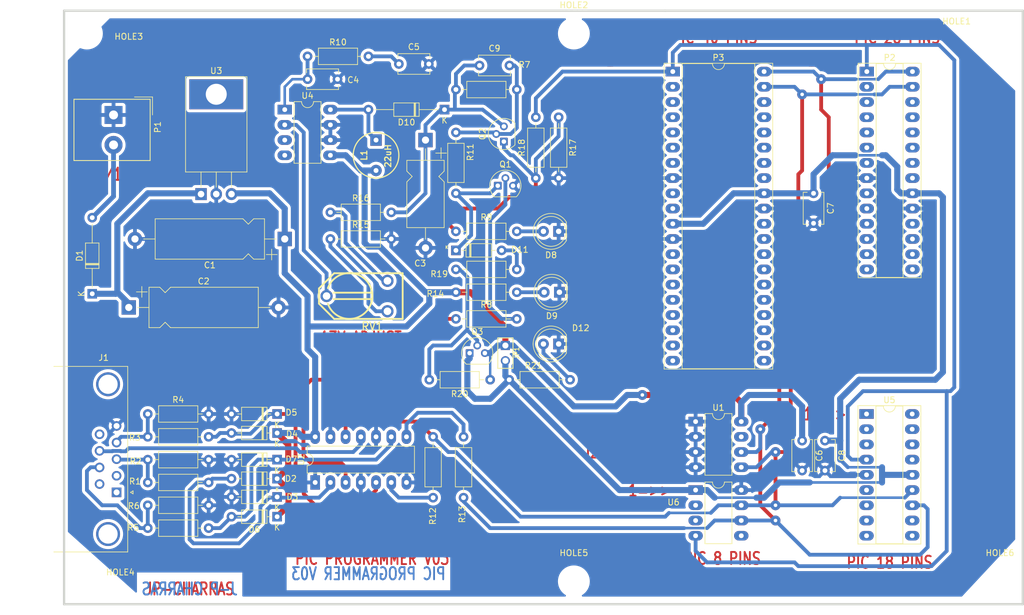
<source format=kicad_pcb>
(kicad_pcb (version 20221018) (generator pcbnew)
  (title_block (title "SERIAL PIC PROGRAMMER"))
  (layers (0 "F.Cu" signal "top_copper") (31 "B.Cu" signal "bottom_copper") (34 "B.Paste" user) (35 "F.Paste" user) (36 "B.SilkS" user "B.Silkscreen") (37 "F.SilkS" user "F.Silkscreen") (38 "B.Mask" user) (39 "F.Mask" user) (44 "Edge.Cuts" user))
  (net 0 "")
  (net 1 "Net-(D1-Pad2)")
  (net 2 "Net-(D2-Pad2)")
  (net 3 "GND")
  (net 4 "VCC")
  (net 5 "VPP")
  (net 6 "VCC_PIC")
  (net 7 "Net-(D4-Pad2)")
  (net 8 "/pic_programmer/PC-CLOCK-OUT")
  (net 9 "VPP-MCLR")
  (net 10 "CLOCK-RB6")
  (net 11 "DATA-RB7")
  (net 12 "Net-(C2-Pad1)")
  (net 13 "Net-(C4-Pad1)")
  (net 14 "Net-(C5-Pad1)")
  (net 15 "Net-(C9-Pad2)")
  (net 16 "Net-(D6-Pad2)")
  (net 17 "Net-(D8-Pad2)")
  (net 18 "Net-(D9-Pad2)")
  (net 19 "Net-(D11-Pad2)")
  (net 20 "Net-(D11-Pad1)")
  (net 21 "Net-(D12-Pad2)")
  (net 22 "Net-(Q1-Pad2)")
  (net 23 "Net-(D10-Pad2)")
  (net 24 "Net-(Q3-Pad2)")
  (net 25 "Net-(R8-Pad1)")
  (net 26 "Net-(R12-Pad1)")
  (net 27 "Net-(R13-Pad1)")
  (net 28 "Net-(R15-Pad1)")
  (net 29 "Net-(R16-Pad1)")
  (net 30 "Net-(RV1-Pad2)")
  (net 31 "Net-(Q2-Pad1)")
  (net 32 "/pic_programmer/VPP_ON")
  (net 33 "/pic_programmer/PC-DATA-OUT")
  (net 34 "/pic_programmer/PC-DATA-IN")
  (footprint "Package_DIP:DIP-40_W15.24mm_Socket_LongPads" (layer "F.Cu") (at 175.26 50.8)
    (fp_text reference "P3")
    (fp_text value "SUPP40")
  )
  (footprint "MountingHole:MountingHole_4.3mm_M4_DIN965" (layer "F.Cu") (at 229.87 44.45)
    (fp_text reference "HOLE1")
    (fp_text value "P***")
  )
  (footprint "MountingHole:MountingHole_4.3mm_M4_DIN965" (layer "F.Cu") (at 229.87 135.89)
    (fp_text reference "HOLE6")
    (fp_text value "P***")
  )
  (footprint "MountingHole:MountingHole_4.3mm_M4_DIN965" (layer "F.Cu") (at 77.47 44.45)
    (fp_text reference "HOLE3")
    (fp_text value "P***")
  )
  (footprint "MountingHole:MountingHole_4.3mm_M4_DIN965" (layer "F.Cu") (at 77.47 135.89)
    (fp_text reference "HOLE4")
    (fp_text value "P***")
  )
  (footprint "MountingHole:MountingHole_4.3mm_M4_DIN965" (layer "F.Cu") (at 158.75 135.89)
    (fp_text reference "HOLE5")
    (fp_text value "P***")
  )
  (footprint "MountingHole:MountingHole_4.3mm_M4_DIN965" (layer "F.Cu") (at 158.75 44.45)
    (fp_text reference "HOLE2")
    (fp_text value "P***")
  )
  (footprint "Package_DIP:DIP-28_W7.62mm_Socket_LongPads" (layer "F.Cu") (at 207.645 50.8)
    (fp_text reference "P2")
    (fp_text value "SUPP28")
  )
  (footprint "Capacitor_THT:CP_Axial_L18.0mm_D6.5mm_P25.00mm_Horizontal" (layer "F.Cu") (at 110.49 78.74 180)
    (fp_text reference "C1")
    (fp_text value "100uF")
  )
  (footprint "Capacitor_THT:CP_Axial_L18.0mm_D6.5mm_P25.00mm_Horizontal" (layer "F.Cu") (at 84.455 90.17)
    (fp_text reference "C2")
    (fp_text value "220uF")
  )
  (footprint "Capacitor_THT:CP_Axial_L11.0mm_D6.0mm_P18.00mm_Horizontal" (layer "F.Cu") (at 133.985 62.23 -90)
    (fp_text reference "C3")
    (fp_text value "22uF/25V")
  )
  (footprint "Capacitor_THT:C_Disc_D5.1mm_W3.2mm_P5.00mm" (layer "F.Cu") (at 114.3 52.07)
    (fp_text reference "C4")
    (fp_text value "0")
  )
  (footprint "Capacitor_THT:C_Disc_D5.1mm_W3.2mm_P5.00mm" (layer "F.Cu") (at 129.54 49.53)
    (fp_text reference "C5")
    (fp_text value "10nF")
  )
  (footprint "Capacitor_THT:C_Disc_D5.1mm_W3.2mm_P5.00mm" (layer "F.Cu") (at 196.85 112.395 -90)
    (fp_text reference "C6")
    (fp_text value "100nF")
  )
  (footprint "Capacitor_THT:C_Disc_D5.1mm_W3.2mm_P5.00mm" (layer "F.Cu") (at 198.755 71.12 -90)
    (fp_text reference "C7")
    (fp_text value "100nF")
  )
  (footprint "Capacitor_THT:C_Disc_D5.1mm_W3.2mm_P5.00mm" (layer "F.Cu") (at 200.66 112.395 -90)
    (fp_text reference "C8")
    (fp_text value "100nF")
  )
  (footprint "Capacitor_THT:C_Disc_D5.1mm_W3.2mm_P5.00mm" (layer "F.Cu") (at 143.002 49.784)
    (fp_text reference "C9")
    (fp_text value "22OnF")
  )
  (footprint "Diode_THT:D_DO-35_SOD27_P12.70mm_Horizontal" (layer "F.Cu") (at 78.359 87.884 90)
    (fp_text reference "D1")
    (fp_text value "1N4004")
  )
  (footprint "Diode_THT:D_DO-35_SOD27_P7.62mm_Horizontal" (layer "F.Cu") (at 109.22 118.745 180)
    (fp_text reference "D2")
    (fp_text value "BAT43")
  )
  (footprint "Diode_THT:D_DO-35_SOD27_P7.62mm_Horizontal" (layer "F.Cu") (at 109.22 121.793 180)
    (fp_text reference "D3")
    (fp_text value "BAT43")
  )
  (footprint "Diode_THT:D_DO-35_SOD27_P7.62mm_Horizontal" (layer "F.Cu") (at 109.22 111.125 180)
    (fp_text reference "D4")
    (fp_text value "BAT43")
  )
  (footprint "Diode_THT:D_DO-35_SOD27_P7.62mm_Horizontal" (layer "F.Cu") (at 109.22 107.95 180)
    (fp_text reference "D5")
    (fp_text value "BAT43")
  )
  (footprint "Diode_THT:D_DO-35_SOD27_P7.62mm_Horizontal" (layer "F.Cu") (at 109.22 125.095 180)
    (fp_text reference "D6")
    (fp_text value "BAT43")
  )
  (footprint "Diode_THT:D_DO-35_SOD27_P7.62mm_Horizontal" (layer "F.Cu") (at 109.22 115.57 180)
    (fp_text reference "D7")
    (fp_text value "BAT43")
  )
  (footprint "LED_THT:LED_D5.0mm" (layer "F.Cu") (at 156.21 77.47 180)
    (fp_text reference "D8")
    (fp_text value "RED-LED")
  )
  (footprint "LED_THT:LED_D5.0mm" (layer "F.Cu") (at 156.337 87.63 180)
    (fp_text reference "D9")
    (fp_text value "GREEN-LED")
  )
  (footprint "Diode_THT:D_DO-35_SOD27_P12.70mm_Horizontal" (layer "F.Cu") (at 137.16 57.15 180)
    (fp_text reference "D10")
    (fp_text value "SCHOTTKY")
  )
  (footprint "Diode_THT:D_DO-35_SOD27_P7.62mm_Horizontal" (layer "F.Cu") (at 139.065 80.645)
    (fp_text reference "D11")
    (fp_text value "BAT43")
  )
  (footprint "LED_THT:LED_D5.0mm" (layer "F.Cu") (at 156.21 96.266 180)
    (fp_text reference "D12")
    (fp_text value "YELLOW-LED")
  )
  (footprint "Connector_Dsub:DSUB-9_Female_Horizontal_P2.77x2.84mm_EdgePinOffset7.70mm_Housed_MountingHolesOffset9.12mm" (layer "F.Cu") (at 82.423 121.031 -90)
    (fp_text reference "J1")
    (fp_text value "DB9-FEMAL")
  )
  (footprint "pin_array:PIN_ARRAY_2X1" (layer "F.Cu") (at 147.32 97.79 -90)
    (fp_text reference "JP1")
    (fp_text value "JUMPER" hide)
  )
  (footprint "inductors:INDUCTOR_V" (layer "F.Cu") (at 125.73 64.77 -90)
    (fp_text reference "L1")
    (fp_text value "22uH")
  )
  (footprint "TerminalBlock_Altech:Altech_AK300_1x02_P5.00mm_45-Degree" (layer "F.Cu") (at 81.915 58.039 -90)
    (fp_text reference "P1")
    (fp_text value "CONN_2")
  )
  (footprint "Package_TO_SOT_THT:TO-92" (layer "F.Cu") (at 146.05 69.85)
    (fp_text reference "Q1")
    (fp_text value "BC237")
  )
  (footprint "Package_TO_SOT_THT:TO-92" (layer "F.Cu") (at 147.066 62.484 90)
    (fp_text reference "Q2")
    (fp_text value "BC307")
  )
  (footprint "Package_TO_SOT_THT:TO-92" (layer "F.Cu") (at 141.351 97.79)
    (fp_text reference "Q3")
    (fp_text value "BC307")
  )
  (footprint "Resistor_THT:R_Axial_DIN0207_L6.3mm_D2.5mm_P10.16mm_Horizontal" (layer "F.Cu") (at 87.63 115.57)
    (fp_text reference "R2")
    (fp_text value "10K")
  )
  (footprint "Resistor_THT:R_Axial_DIN0207_L6.3mm_D2.5mm_P10.16mm_Horizontal" (layer "F.Cu") (at 87.63 111.76)
    (fp_text reference "R3")
    (fp_text value "10K")
  )
  (footprint "Resistor_THT:R_Axial_DIN0207_L6.3mm_D2.5mm_P10.16mm_Horizontal" (layer "F.Cu") (at 87.63 107.95)
    (fp_text reference "R4")
    (fp_text value "10K")
  )
  (footprint "Resistor_THT:R_Axial_DIN0207_L6.3mm_D2.5mm_P10.16mm_Horizontal" (layer "F.Cu") (at 87.63 127)
    (fp_text reference "R5")
    (fp_text value "10K")
  )
  (footprint "Resistor_THT:R_Axial_DIN0207_L6.3mm_D2.5mm_P10.16mm_Horizontal" (layer "F.Cu") (at 87.63 123.19)
    (fp_text reference "R6")
    (fp_text value "10K")
  )
  (footprint "Resistor_THT:R_Axial_DIN0207_L6.3mm_D2.5mm_P10.16mm_Horizontal" (layer "F.Cu") (at 139.065 53.7972)
    (fp_text reference "R7")
    (fp_text value "10K")
  )
  (footprint "Resistor_THT:R_Axial_DIN0207_L6.3mm_D2.5mm_P10.16mm_Horizontal" (layer "F.Cu") (at 139.065 92.075)
    (fp_text reference "R8")
    (fp_text value "1K")
  )
  (footprint "Resistor_THT:R_Axial_DIN0207_L6.3mm_D2.5mm_P10.16mm_Horizontal" (layer "F.Cu") (at 139.065 77.47)
    (fp_text reference "R9")
    (fp_text value "2.2K")
  )
  (footprint "Resistor_THT:R_Axial_DIN0207_L6.3mm_D2.5mm_P10.16mm_Horizontal" (layer "F.Cu") (at 114.3 48.26)
    (fp_text reference "R10")
    (fp_text value "5.1K")
  )
  (footprint "Resistor_THT:R_Axial_DIN0207_L6.3mm_D2.5mm_P10.16mm_Horizontal" (layer "F.Cu") (at 139.065 71.12 90)
    (fp_text reference "R11")
    (fp_text value "22K")
  )
  (footprint "Resistor_THT:R_Axial_DIN0207_L6.3mm_D2.5mm_P10.16mm_Horizontal" (layer "F.Cu") (at 135.255 121.92 90)
    (fp_text reference "R12")
    (fp_text value "470")
  )
  (footprint "Resistor_THT:R_Axial_DIN0207_L6.3mm_D2.5mm_P10.16mm_Horizontal" (layer "F.Cu") (at 140.335 111.76 -90)
    (fp_text reference "R13")
    (fp_text value "470")
  )
  (footprint "Resistor_THT:R_Axial_DIN0207_L6.3mm_D2.5mm_P10.16mm_Horizontal" (layer "F.Cu") (at 139.065 87.63)
    (fp_text reference "R14")
    (fp_text value "470")
  )
  (footprint "Resistor_THT:R_Axial_DIN0207_L6.3mm_D2.5mm_P10.16mm_Horizontal" (layer "F.Cu") (at 118.11 78.74)
    (fp_text reference "R15")
    (fp_text value "6.2K")
  )
  (footprint "Resistor_THT:R_Axial_DIN0207_L6.3mm_D2.5mm_P10.16mm_Horizontal" (layer "F.Cu") (at 156.21 58.42 -90)
    (fp_text reference "R17")
    (fp_text value "22K")
  )
  (footprint "Resistor_THT:R_Axial_DIN0207_L6.3mm_D2.5mm_P10.16mm_Horizontal" (layer "F.Cu") (at 152.4 68.58 90)
    (fp_text reference "R18")
    (fp_text value "220")
  )
  (footprint "Resistor_THT:R_Axial_DIN0207_L6.3mm_D2.5mm_P10.16mm_Horizontal" (layer "F.Cu") (at 149.225 83.82 180)
    (fp_text reference "R19")
    (fp_text value "2.2K")
  )
  (footprint "Resistor_THT:R_Axial_DIN0207_L6.3mm_D2.5mm_P10.16mm_Horizontal" (layer "F.Cu") (at 147.955 102.235)
    (fp_text reference "R21")
    (fp_text value "470")
  )
  (footprint "pic_programmer_fp:RV2X4" (layer "F.Cu") (at 127.635 90.805 180)
    (fp_text reference "RV1")
    (fp_text value "1K")
  )
  (footprint "Package_DIP:DIP-8_W7.62mm_LongPads" (layer "F.Cu") (at 179.07 109.22)
    (fp_text reference "U1")
    (fp_text value "24Cxx")
  )
  (footprint "Package_DIP:DIP-14_W7.62mm_LongPads" (layer "F.Cu") (at 115.57 119.38 90)
    (fp_text reference "U2")
    (fp_text value "74HC125")
  )
  (footprint "Package_TO_SOT_THT:TO-220-3_Horizontal_TabDown" (layer "F.Cu") (at 96.52 71.247)
    (fp_text reference "U3")
    (fp_text value "7805")
  )
  (footprint "Package_DIP:DIP-8_W7.62mm_LongPads" (layer "F.Cu") (at 110.49 57.15)
    (fp_text reference "U4")
    (fp_text value "LT1373")
  )
  (footprint "Package_DIP:DIP-18_W7.62mm_Socket_LongPads" (layer "F.Cu") (at 207.6 107.95)
    (fp_text reference "U5")
    (fp_text value "PIC_18_PINS")
  )
  (footprint "Package_DIP:DIP-8_W7.62mm_LongPads" (layer "F.Cu") (at 179.07 120.65)
    (fp_text reference "U6")
    (fp_text value "PIC_8_PINS")
  )
  (footprint "Resistor_THT:R_Axial_DIN0207_L6.3mm_D2.5mm_P10.16mm_Horizontal" (layer "F.Cu") (at 87.63 119.38)
    (fp_text reference "R1")
    (fp_text value "10K")
  )
  (footprint "Resistor_THT:R_Axial_DIN0207_L6.3mm_D2.5mm_P10.16mm_Horizontal" (layer "F.Cu") (at 144.78 102.235 180)
    (fp_text reference "R20")
    (fp_text value "2.2K")
  )
  (footprint "Resistor_THT:R_Axial_DIN0207_L6.3mm_D2.5mm_P10.16mm_Horizontal" (layer "F.Cu") (at 118.11 74.295)
    (fp_text reference "R16")
    (fp_text value "62K")
  )
  (gr_line (start 173.99 40.64) (end 233.68 40.64) (stroke (width 0.381)) (layer "Edge.Cuts"))
  (gr_line (start 233.68 139.7) (end 73.66 139.7) (stroke (width 0.381)) (layer "Edge.Cuts"))
  (gr_line (start 73.66 40.64) (end 173.99 40.64) (stroke (width 0.381)) (layer "Edge.Cuts"))
  (gr_line (start 73.66 139.7) (end 73.66 40.64) (stroke (width 0.381)) (layer "Edge.Cuts"))
  (gr_line (start 233.68 40.64) (end 233.68 139.7) (stroke (width 0.381)) (layer "Edge.Cuts"))
  (gr_text "PIC 28 PINS" (at 212.725 45.085) (layer "F.Cu") (effects (font (size 2.032 1.524) (thickness 0.3048))))
  (gr_text "PIC 8 PINS" (at 183.515 132.08) (layer "F.Cu") (effects (font (size 2.032 1.524) (thickness 0.3048))))
  (gr_text "VCC ON" (at 163.322 96.901) (layer "F.Cu") (effects (font (size 2.032 1.524) (thickness 0.3048))))
  (gr_text "PIC PROGRAMMER V03" (at 125.095 132.08) (layer "F.Cu") (effects (font (size 2.032 1.524) (thickness 0.3048))))
  (gr_text "1=>>" (at 167.64 48.895) (layer "F.Cu") (effects (font (size 2.032 1.524) (thickness 0.3048))))
  (gr_text "PIC 40 PINS" (at 182.245 45.085) (layer "F.Cu") (effects (font (size 2.032 1.524) (thickness 0.3048))))
  (gr_text "1=>>" (at 171.45 109.22) (layer "F.Cu") (effects (font (size 2.032 1.524) (thickness 0.3048))))
  (gr_text "VPP ON" (at 163.449 76.835) (layer "F.Cu") (effects (font (size 2.032 1.524) (thickness 0.3048))))
  (gr_text "1=>>" (at 201.295 48.895) (layer "F.Cu") (effects (font (size 2.032 1.524) (thickness 0.3048))))
  (gr_text "JP-CHARRAS" (at 94.615 137.16) (layer "F.Cu") (effects (font (size 2.032 1.524) (thickness 0.3048))))
  (gr_text "I2C PROM" (at 166.37 114.3) (layer "F.Cu") (effects (font (size 2.032 1.524) (thickness 0.3048))))
  (gr_text "+8/12V" (at 81.534 67.945) (layer "F.Cu") (effects (font (size 2.032 1.524) (thickness 0.3048))))
  (gr_text "PIC 18 PINS" (at 211.455 132.715) (layer "F.Cu") (effects (font (size 2.032 1.524) (thickness 0.3048))))
  (gr_text "PWR ON" (at 163.449 88.011) (layer "F.Cu") (effects (font (size 2.032 1.524) (thickness 0.3048))))
  (gr_text "13V ADJUST" (at 123.19 95.25) (layer "F.Cu") (effects (font (size 2.032 1.524) (thickness 0.3048))))
  (gr_text "1=>>" (at 171.45 120.65) (layer "F.Cu") (effects (font (size 2.032 1.524) (thickness 0.3048))))
  (gr_text "1=>>" (at 200.66 107.95) (layer "F.Cu") (effects (font (size 2.032 1.524) (thickness 0.3048))))
  (gr_text "PIC PROGRAMMER V03" (at 124.46 134.62) (layer "B.Cu") (effects (font (size 2.032 1.524) (thickness 0.3048)) (justify mirror)))
  (gr_text "J-P CHARRAS" (at 94.615 137.16) (layer "B.Cu") (effects (font (size 2.032 1.524) (thickness 0.3048)) (justify mirror)))
  (segment (start 78.359 75.184) (end 81.915 71.628) (width 0.8) (layer "B.Cu") (net 1))
  (segment (start 81.915 71.628) (end 81.915 63.039) (width 0.8) (layer "B.Cu") (net 1))
  (segment (start 109.22 121.92) (end 116.205 121.92) (width 0.635) (layer "B.Cu") (net 2))
  (segment (start 95.25 129.54) (end 102.87 129.54) (width 0.635) (layer "B.Cu") (net 2))
  (segment (start 97.79 119.38) (end 98.425 118.745) (width 0.635) (layer "B.Cu") (net 2))
  (segment (start 94.615 120.65) (end 94.615 128.905) (width 0.635) (layer "B.Cu") (net 2))
  (segment (start 94.615 128.905) (end 95.25 129.54) (width 0.635) (layer "B.Cu") (net 2))
  (segment (start 106.426 125.984) (end 106.426 123.3932) (width 0.635) (layer "B.Cu") (net 2))
  (segment (start 98.425 118.745) (end 101.6 118.745) (width 0.635) (layer "B.Cu") (net 2))
  (segment (start 118.11 120.015) (end 118.11 119.38) (width 0.635) (layer "B.Cu") (net 2))
  (segment (start 95.885 119.38) (end 94.615 120.65) (width 0.635) (layer "B.Cu") (net 2))
  (segment (start 97.79 119.38) (end 95.885 119.38) (width 0.635) (layer "B.Cu") (net 2))
  (segment (start 107.8992 121.92) (end 109.22 121.92) (width 0.635) (layer "B.Cu") (net 2))
  (segment (start 116.205 121.92) (end 118.11 120.015) (width 0.635) (layer "B.Cu") (net 2))
  (segment (start 102.87 129.54) (end 106.426 125.984) (width 0.635) (layer "B.Cu") (net 2))
  (segment (start 106.426 123.3932) (end 107.8992 121.92) (width 0.635) (layer "B.Cu") (net 2))
  (segment (start 111.0742 116.8908) (end 109.22 118.745) (width 1.016) (layer "F.Cu") (net 4))
  (segment (start 139.065 87.63) (end 141.478 87.63) (width 1.016) (layer "F.Cu") (net 4))
  (segment (start 141.478 87.63) (end 147.32 93.472) (width 1.016) (layer "F.Cu") (net 4))
  (segment (start 111.125 120.65) (end 111.125 123.19) (width 1.016) (layer "F.Cu") (net 4))
  (segment (start 185.42 104.775) (end 186.69 106.045) (width 1.016) (layer "F.Cu") (net 4))
  (segment (start 147.32 93.472) (end 147.32 96.52) (width 1.016) (layer "F.Cu") (net 4))
  (segment (start 111.0742 113.0808) (end 111.0742 116.8908) (width 1.016) (layer "F.Cu") (net 4))
  (segment (start 110.49 112.395) (end 110.49 112.4966) (width 1.016) (layer "F.Cu") (net 4))
  (segment (start 110.49 112.4966) (end 111.0742 113.0808) (width 1.016) (layer "F.Cu") (net 4))
  (segment (start 109.22 118.745) (end 111.125 120.65) (width 1.016) (layer "F.Cu") (net 4))
  (segment (start 186.69 106.045) (end 186.69 109.22) (width 1.016) (layer "F.Cu") (net 4))
  (segment (start 111.125 123.19) (end 109.855 124.46) (width 1.016) (layer "F.Cu") (net 4))
  (segment (start 170.18 104.775) (end 185.42 104.775) (width 1.016) (layer "F.Cu") (net 4))
  (segment (start 109.22 111.125) (end 110.49 112.395) (width 1.016) (layer "F.Cu") (net 4))
  (via (at 170.18 104.775) (size 1.651) (drill 0.6) (layers "F.Cu" "B.Cu") (net 4))
  (segment (start 123.19 67.31) (end 120.65 64.77) (width 1.016) (layer "B.Cu") (net 4))
  (segment (start 101.6 71.12) (end 107.95 71.12) (width 1.016) (layer "B.Cu") (net 4))
  (segment (start 134.62 89.535) (end 134.62 87.63) (width 1.016) (layer "B.Cu") (net 4))
  (segment (start 123.825 67.31) (end 123.19 67.31) (width 1.016) (layer "B.Cu") (net 4))
  (segment (start 147.32 96.52) (end 146.05 96.52) (width 1.016) (layer "B.Cu") (net 4))
  (segment (start 158.75 106.68) (end 165.735 106.68) (width 1.016) (layer "B.Cu") (net 4))
  (segment (start 126.365 80.01) (end 124.46 80.01) (width 1.016) (layer "B.Cu") (net 4))
  (segment (start 118.11 64.77) (end 120.65 64.77) (width 1.016) (layer "B.Cu") (net 4))
  (segment (start 114.3 93.345) (end 114.3 97.155) (width 1.016) (layer "B.Cu") (net 4))
  (segment (start 114.3 93.345) (end 130.81 93.345) (width 1.016) (layer "B.Cu") (net 4))
  (segment (start 114.3 97.155) (end 115.57 98.425) (width 1.016) (layer "B.Cu") (net 4))
  (segment (start 186.69 106.045) (end 187.96 104.775) (width 1.016) (layer "B.Cu") (net 4))
  (segment (start 115.57 98.425) (end 115.57 111.76) (width 1.016) (layer "B.Cu") (net 4))
  (segment (start 130.81 93.345) (end 134.62 89.535) (width 1.016) (layer "B.Cu") (net 4))
  (segment (start 165.735 106.68) (end 167.64 104.775) (width 1.016) (layer "B.Cu") (net 4))
  (segment (start 148.59 96.52) (end 158.75 106.68) (width 1.016) (layer "B.Cu") (net 4))
  (segment (start 124.46 80.01) (end 123.825 79.375) (width 1.016) (layer "B.Cu") (net 4))
  (segment (start 113.3856 111.76) (end 115.57 111.76) (width 1.016) (layer "B.Cu") (net 4))
  (segment (start 196.85 112.395) (end 196.85 106.68) (width 1.016) (layer "B.Cu") (net 4))
  (segment (start 134.62 87.63) (end 133.985 87.63) (width 1.016) (layer "B.Cu") (net 4))
  (segment (start 146.05 96.52) (end 144.78 97.79) (width 1.016) (layer "B.Cu") (net 4))
  (segment (start 144.78 102.235) (end 144.78 97.79) (width 0.4) (layer "B.Cu") (net 4))
  (segment (start 144.78 97.79) (end 143.891 97.79) (width 1.016) (layer "B.Cu") (net 4))
  (segment (start 109.22 111.125) (end 112.7506 111.125) (width 1.016) (layer "B.Cu") (net 4))
  (segment (start 125.73 67.31) (end 123.825 67.31) (width 1.016) (layer "B.Cu") (net 4))
  (segment (start 167.64 104.775) (end 170.18 104.775) (width 1.016) (layer "B.Cu") (net 4))
  (segment (start 139.065 87.63) (end 134.62 87.63) (width 1.016) (layer "B.Cu") (net 4))
  (segment (start 114.3 88.265) (end 114.3 93.345) (width 1.016) (layer "B.Cu") (net 4))
  (segment (start 110.49 73.66) (end 107.95 71.12) (width 1.016) (layer "B.Cu") (net 4))
  (segment (start 196.85 106.68) (end 194.945 104.775) (width 1.016) (layer "B.Cu") (net 4))
  (segment (start 147.32 96.52) (end 148.59 96.52) (width 1.016) (layer "B.Cu") (net 4))
  (segment (start 186.69 109.22) (end 186.69 106.045) (width 1.016) (layer "B.Cu") (net 4))
  (segment (start 112.7506 111.125) (end 113.3856 111.76) (width 1.016) (layer "B.Cu") (net 4))
  (segment (start 133.985 87.63) (end 126.365 80.01) (width 1.016) (layer "B.Cu") (net 4))
  (segment (start 187.96 104.775) (end 194.945 104.775) (width 1.016) (layer "B.Cu") (net 4))
  (segment (start 123.825 79.375) (end 123.825 67.31) (width 1.016) (layer "B.Cu") (net 4))
  (segment (start 110.49 78.74) (end 110.49 73.66) (width 1.016) (layer "B.Cu") (net 4))
  (segment (start 110.49 84.455) (end 114.3 88.265) (width 1.016) (layer "B.Cu") (net 4))
  (segment (start 110.49 78.74) (end 110.49 84.455) (width 1.016) (layer "B.Cu") (net 4))
  (segment (start 138.8872 53.975) (end 139.065 53.7972) (width 0.635) (layer "B.Cu") (net 5))
  (segment (start 138.8872 57.15) (end 138.8872 53.975) (width 0.635) (layer "B.Cu") (net 5))
  (segment (start 137.16 57.15) (end 138.8872 57.15) (width 0.635) (layer "B.Cu") (net 5))
  (segment (start 130.81 74.295) (end 128.27 74.295) (width 0.635) (layer "B.Cu") (net 5))
  (segment (start 133.985 62.23) (end 133.985 71.12) (width 0.635) (layer "B.Cu") (net 5))
  (segment (start 138.8872 57.15) (end 143.51 57.15) (width 0.635) (layer "B.Cu") (net 5))
  (segment (start 133.985 62.23) (end 133.985 59.69) (width 0.635) (layer "B.Cu") (net 5))
  (segment (start 136.525 57.15) (end 137.16 57.15) (width 0.635) (layer "B.Cu") (net 5))
  (segment (start 133.985 71.12) (end 130.81 74.295) (width 0.635) (layer "B.Cu") (net 5))
  (segment (start 139.065 51.181) (end 140.462 49.784) (width 0.635) (layer "B.Cu") (net 5))
  (segment (start 139.065 53.7972) (end 139.065 51.181) (width 0.635) (layer "B.Cu") (net 5))
  (segment (start 143.51 57.15) (end 147.066 59.944) (width 0.635) (layer "B.Cu") (net 5))
  (segment (start 136.525 57.15) (end 133.985 59.69) (width 0.635) (layer "B.Cu") (net 5))
  (segment (start 140.462 49.784) (end 143.002 49.784) (width 0.635) (layer "B.Cu") (net 5))
  (segment (start 190.5 121.92) (end 193.04 119.38) (width 1.016) (layer "B.Cu") (net 6))
  (segment (start 204.47 116.84) (end 210.185 116.84) (width 0.4318) (layer "B.Cu") (net 6))
  (segment (start 219.075 102.235) (end 220.345 100.965) (width 1.016) (layer "B.Cu") (net 6))
  (segment (start 175.26 76.2) (end 180.34 76.2) (width 1.016) (layer "B.Cu") (net 6))
  (segment (start 185.42 71.12) (end 190.5 71.12) (width 1.016) (layer "B.Cu") (net 6))
  (segment (start 210.185 119.38) (end 210.185 118.11) (width 1.016) (layer "B.Cu") (net 6))
  (segment (start 141.351 98.679) (end 141.351 97.79) (width 1.016) (layer "B.Cu") (net 6))
  (segment (start 198.12 119.38) (end 210.185 119.38) (width 0.4318) (layer "B.Cu") (net 6))
  (segment (start 203.2 105.41) (end 203.2 112.395) (width 1.016) (layer "B.Cu") (net 6))
  (segment (start 201.93 64.77) (end 205.74 64.77) (width 1.016) (layer "B.Cu") (net 6))
  (segment (start 166.37 120.65) (end 147.955 102.235) (width 1.016) (layer "B.Cu") (net 6))
  (segment (start 179.07 120.65) (end 180.975 120.65) (width 1.016) (layer "B.Cu") (net 6))
  (segment (start 144.78 105.41) (end 142.24 105.41) (width 1.016) (layer "B.Cu") (net 6))
  (segment (start 220.345 100.965) (end 220.345 71.755) (width 1.016) (layer "B.Cu") (net 6))
  (segment (start 212.725 70.485) (end 213.36 71.12) (width 1.016) (layer "B.Cu") (net 6))
  (segment (start 213.36 71.12) (end 215.265 71.12) (width 1.016) (layer "B.Cu") (net 6))
  (segment (start 189.23 121.92) (end 190.5 121.92) (width 1.016) (layer "B.Cu") (net 6))
  (segment (start 219.71 71.12) (end 215.265 71.12) (width 1.016) (layer "B.Cu") (net 6))
  (segment (start 203.2 112.395) (end 203.2 115.57) (width 1.016) (layer "B.Cu") (net 6))
  (segment (start 203.2 105.41) (end 206.375 102.235) (width 1.016) (layer "B.Cu") (net 6))
  (segment (start 179.07 120.65) (end 166.37 120.65) (width 1.016) (layer "B.Cu") (net 6))
  (segment (start 210.185 118.11) (end 210.185 116.84) (width 1.016) (layer "B.Cu") (net 6))
  (segment (start 147.32 99.06) (end 147.32 101.6) (width 1.016) (layer "B.Cu") (net 6))
  (segment (start 200.66 112.395) (end 203.2 112.395) (width 1.016) (layer "B.Cu") (net 6))
  (segment (start 210.185 64.77) (end 210.82 64.77) (width 1.016) (layer "B.Cu") (net 6))
  (segment (start 210.82 64.77) (end 212.725 66.675) (width 1.016) (layer "B.Cu") (net 6))
  (segment (start 190.5 71.12) (end 198.755 71.12) (width 1.016) (layer "B.Cu") (net 6))
  (segment (start 140.97 99.06) (end 141.351 98.679) (width 1.016) (layer "B.Cu") (net 6))
  (segment (start 198.755 71.12) (end 198.755 67.945) (width 1.016) (layer "B.Cu") (net 6))
  (segment (start 206.375 102.235) (end 219.075 102.235) (width 1.016) (layer "B.Cu") (net 6))
  (segment (start 198.755 67.945) (end 201.93 64.77) (width 1.016) (layer "B.Cu") (net 6))
  (segment (start 142.24 105.41) (end 140.97 104.14) (width 1.016) (layer "B.Cu") (net 6))
  (segment (start 140.97 104.14) (end 140.97 99.06) (width 1.016) (layer "B.Cu") (net 6))
  (segment (start 205.74 64.77) (end 210.185 64.77) (width 0.4318) (layer "B.Cu") (net 6))
  (segment (start 182.245 121.92) (end 189.23 121.92) (width 0.4318) (layer "B.Cu") (net 6))
  (segment (start 193.04 119.38) (end 198.12 119.38) (width 1.016) (layer "B.Cu") (net 6))
  (segment (start 203.2 115.57) (end 204.47 116.84) (width 0.635) (layer "B.Cu") (net 6))
  (segment (start 147.955 102.235) (end 144.78 105.41) (width 1.016) (layer "B.Cu") (net 6))
  (segment (start 212.725 66.675) (end 212.725 70.485) (width 1.016) (layer "B.Cu") (net 6))
  (segment (start 220.345 71.755) (end 219.71 71.12) (width 1.016) (layer "B.Cu") (net 6))
  (segment (start 147.32 101.6) (end 147.955 102.235) (width 1.016) (layer "B.Cu") (net 6))
  (segment (start 210.185 118.11) (end 215.265 118.11) (width 1.016) (layer "B.Cu") (net 6))
  (segment (start 180.975 120.65) (end 182.245 121.92) (width 1.016) (layer "B.Cu") (net 6))
  (segment (start 180.34 76.2) (end 185.42 71.12) (width 1.016) (layer "B.Cu") (net 6))
  (segment (start 112.2934 117.3734) (end 113.665 118.745) (width 0.635) (layer "F.Cu") (net 7))
  (segment (start 125.73 120.65) (end 125.73 119.38) (width 0.635) (layer "F.Cu") (net 7))
  (segment (start 109.22 107.95) (end 111.125 107.95) (width 0.635) (layer "F.Cu") (net 7))
  (segment (start 111.125 107.95) (end 112.2934 109.1184) (width 0.635) (layer "F.Cu") (net 7))
  (segment (start 123.19 123.19) (end 125.73 120.65) (width 0.635) (layer "F.Cu") (net 7))
  (segment (start 112.2934 109.1184) (end 112.2934 117.3734) (width 0.635) (layer "F.Cu") (net 7))
  (segment (start 115.57 123.19) (end 123.19 123.19) (width 0.635) (layer "F.Cu") (net 7))
  (segment (start 113.665 118.745) (end 113.665 121.285) (width 0.635) (layer "F.Cu") (net 7))
  (segment (start 113.665 121.285) (end 115.57 123.19) (width 0.635) (layer "F.Cu") (net 7))
  (segment (start 107.95 107.95) (end 109.22 107.95) (width 0.635) (layer "B.Cu") (net 7))
  (segment (start 106.807 109.093) (end 107.95 107.95) (width 0.635) (layer "B.Cu") (net 7))
  (segment (start 106.807 109.22) (end 104.775 111.252) (width 0.635) (layer "B.Cu") (net 7))
  (segment (start 106.807 109.22) (end 106.807 109.093) (width 0.635) (layer "B.Cu") (net 7))
  (segment (start 104.775 111.252) (end 101.727 111.252) (width 0.635) (layer "B.Cu") (net 7))
  (segment (start 99.695 111.125) (end 101.6 111.125) (width 0.635) (layer "B.Cu") (net 7))
  (segment (start 97.79 111.76) (end 99.06 111.76) (width 0.635) (layer "B.Cu") (net 7))
  (segment (start 101.727 111.252) (end 101.6 111.125) (width 0.635) (layer "B.Cu") (net 7))
  (segment (start 99.06 111.76) (end 99.695 111.125) (width 0.635) (layer "B.Cu") (net 7))
  (segment (start 82.55 123.19) (end 80.01 123.19) (width 0.635) (layer "B.Cu") (net 8))
  (segment (start 80.01 123.19) (end 77.47 120.65) (width 0.635) (layer "B.Cu") (net 8))
  (segment (start 77.47 117.475) (end 78.105 116.84) (width 0.635) (layer "B.Cu") (net 8))
  (segment (start 87.63 127) (end 87.63 123.19) (width 0.635) (layer "B.Cu") (net 8))
  (segment (start 78.105 116.84) (end 80.01 116.84) (width 0.635) (layer "B.Cu") (net 8))
  (segment (start 77.47 120.65) (end 77.47 117.475) (width 0.635) (layer "B.Cu") (net 8))
  (segment (start 87.63 127) (end 86.36 127) (width 0.635) (layer "B.Cu") (net 8))
  (segment (start 86.36 127) (end 82.55 123.19) (width 0.635) (layer "B.Cu") (net 8))
  (segment (start 218.44 133.35) (end 220.98 130.81) (width 0.635) (layer "B.Cu") (net 9))
  (segment (start 207.645 46.355) (end 176.53 46.355) (width 0.635) (layer "B.Cu") (net 9))
  (segment (start 222.25 48.895) (end 219.71 46.355) (width 0.635) (layer "B.Cu") (net 9))
  (segment (start 221.615 104.14) (end 220.98 104.14) (width 0.635) (layer "B.Cu") (net 9))
  (segment (start 207.645 50.8) (end 207.645 46.355) (width 0.635) (layer "B.Cu") (net 9))
  (segment (start 205.105 115.57) (end 204.47 114.935) (width 0.635) (layer "B.Cu") (net 9))
  (segment (start 207.645 115.57) (end 205.105 115.57) (width 0.635) (layer "B.Cu") (net 9))
  (segment (start 156.845 50.8) (end 152.4 55.245) (width 0.635) (layer "B.Cu") (net 9))
  (segment (start 179.07 130.81) (end 179.07 128.27) (width 0.635) (layer "B.Cu") (net 9))
  (segment (start 221.615 104.14) (end 222.25 103.505) (width 0.635) (layer "B.Cu") (net 9))
  (segment (start 222.25 48.895) (end 222.25 103.505) (width 0.635) (layer "B.Cu") (net 9))
  (segment (start 175.26 47.625) (end 176.53 46.355) (width 0.635) (layer "B.Cu") (net 9))
  (segment (start 175.26 50.8) (end 175.26 47.625) (width 0.635) (layer "B.Cu") (net 9))
  (segment (start 220.98 130.81) (end 220.98 104.14) (width 0.635) (layer "B.Cu") (net 9))
  (segment (start 195.58 132.715) (end 196.215 133.35) (width 0.635) (layer "B.Cu") (net 9))
  (segment (start 152.4 55.245) (end 152.4 58.42) (width 0.635) (layer "B.Cu") (net 9))
  (segment (start 179.07 130.81) (end 180.975 132.715) (width 0.635) (layer "B.Cu") (net 9))
  (segment (start 156.845 50.8) (end 175.26 50.8) (width 0.635) (layer "B.Cu") (net 9))
  (segment (start 204.47 114.935) (end 204.47 106.68) (width 0.635) (layer "B.Cu") (net 9))
  (segment (start 219.71 46.355) (end 207.645 46.355) (width 0.635) (layer "B.Cu") (net 9))
  (segment (start 204.47 106.68) (end 207.01 104.14) (width 0.635) (layer "B.Cu") (net 9))
  (segment (start 196.215 133.35) (end 218.44 133.35) (width 0.635) (layer "B.Cu") (net 9))
  (segment (start 195.58 132.715) (end 180.975 132.715) (width 0.635) (layer "B.Cu") (net 9))
  (segment (start 207.01 104.14) (end 220.98 104.14) (width 0.635) (layer "B.Cu") (net 9))
  (segment (start 196.215 67.945) (end 196.85 67.31) (width 0.635) (layer "F.Cu") (net 10))
  (segment (start 189.865 123.19) (end 192.405 125.73) (width 0.635) (layer "F.Cu") (net 10))
  (segment (start 189.865 110.49) (end 189.865 123.19) (width 0.635) (layer "F.Cu") (net 10))
  (segment (start 196.85 67.31) (end 196.85 54.61) (width 0.635) (layer "F.Cu") (net 10))
  (segment (start 193.04 107.315) (end 193.04 75.565) (width 0.635) (layer "F.Cu") (net 10))
  (segment (start 196.215 72.39) (end 196.215 67.945) (width 0.635) (layer "F.Cu") (net 10))
  (segment (start 193.04 107.315) (end 189.865 110.49) (width 0.635) (layer "F.Cu") (net 10))
  (segment (start 193.04 75.565) (end 196.215 72.39) (width 0.635) (layer "F.Cu") (net 10))
  (via (at 189.865 110.49) (size 1.651) (drill 0.6) (layers "F.Cu" "B.Cu") (net 10))
  (via (at 192.405 125.73) (size 1.651) (drill 0.6) (layers "F.Cu" "B.Cu") (net 10))
  (via (at 196.85 54.61) (size 1.651) (drill 0.6) (layers "F.Cu" "B.Cu") (net 10))
  (segment (start 190.5 53.34) (end 195.58 53.34) (width 0.635) (layer "B.Cu") (net 10))
  (segment (start 217.17 123.19) (end 215.265 123.19) (width 0.635) (layer "B.Cu") (net 10))
  (segment (start 144.78 127) (end 177.165 127) (width 0.635) (layer "B.Cu") (net 10))
  (segment (start 177.165 127) (end 180.975 127) (width 0.4318) (layer "B.Cu") (net 10))
  (segment (start 182.245 125.73) (end 180.975 127) (width 0.635) (layer "B.Cu") (net 10))
  (segment (start 216.535 131.445) (end 217.805 130.175) (width 0.635) (layer "B.Cu") (net 10))
  (segment (start 182.245 125.73) (end 186.69 125.73) (width 0.635) (layer "B.Cu") (net 10))
  (segment (start 189.865 113.665) (end 189.23 114.3) (width 0.635) (layer "B.Cu") (net 10))
  (segment (start 211.455 53.34) (end 210.185 54.61) (width 0.635) (layer "B.Cu") (net 10))
  (segment (start 198.12 131.445) (end 216.535 131.445) (width 0.635) (layer "B.Cu") (net 10))
  (segment (start 205.74 54.61) (end 208.915 54.61) (width 0.4318) (layer "B.Cu") (net 10))
  (segment (start 196.85 54.61) (end 205.74 54.61) (width 0.635) (layer "B.Cu") (net 10))
  (segment (start 217.805 130.175) (end 217.805 123.825) (width 0.635) (layer "B.Cu") (net 10))
  (segment (start 210.185 54.61) (end 208.915 54.61) (width 0.635) (layer "B.Cu") (net 10))
  (segment (start 189.23 114.3) (end 186.69 114.3) (width 0.635) (layer "B.Cu") (net 10))
  (segment (start 211.455 53.34) (end 215.265 53.34) (width 0.635) (layer "B.Cu") (net 10))
  (segment (start 189.865 110.49) (end 189.865 113.665) (width 0.635) (layer "B.Cu") (net 10))
  (segment (start 140.335 122.555) (end 144.78 127) (width 0.635) (layer "B.Cu") (net 10))
  (segment (start 192.405 125.73) (end 198.12 131.445) (width 0.635) (layer "B.Cu") (net 10))
  (segment (start 195.58 53.34) (end 196.85 54.61) (width 0.635) (layer "B.Cu") (net 10))
  (segment (start 140.335 121.92) (end 140.335 122.555) (width 0.635) (layer "B.Cu") (net 10))
  (segment (start 186.69 125.73) (end 192.405 125.73) (width 0.635) (layer "B.Cu") (net 10))
  (segment (start 217.805 123.825) (end 217.17 123.19) (width 0.635) (layer "B.Cu") (net 10))
  (segment (start 120.65 109.855) (end 121.285 109.22) (width 0.635) (layer "F.Cu") (net 11))
  (segment (start 120.65 111.76) (end 120.65 109.855) (width 0.635) (layer "F.Cu") (net 11))
  (segment (start 201.295 85.09) (end 194.945 91.44) (width 0.635) (layer "F.Cu") (net 11))
  (segment (start 121.285 109.22) (end 132.715 109.22) (width 0.635) (layer "F.Cu") (net 11))
  (segment (start 192.405 114.3) (end 192.405 123.19) (width 0.635) (layer "F.Cu") (net 11))
  (segment (start 194.31 114.3) (end 192.405 114.3) (width 0.635) (layer "F.Cu") (net 11))
  (segment (start 194.945 113.665) (end 194.31 114.3) (width 0.635) (layer "F.Cu") (net 11))
  (segment (start 200.025 57.15) (end 200.025 52.07) (width 0.635) (layer "F.Cu") (net 11))
  (segment (start 200.025 57.15) (end 201.295 58.42) (width 0.635) (layer "F.Cu") (net 11))
  (segment (start 194.945 91.44) (end 194.945 113.665) (width 0.635) (layer "F.Cu") (net 11))
  (segment (start 201.295 58.42) (end 201.295 85.09) (width 0.635) (layer "F.Cu") (net 11))
  (segment (start 132.715 109.22) (end 135.255 111.76) (width 0.635) (layer "F.Cu") (net 11))
  (via (at 192.405 114.3) (size 1.651) (drill 0.6) (layers "F.Cu" "B.Cu") (net 11))
  (via (at 192.405 123.19) (size 1.651) (drill 0.6) (layers "F.Cu" "B.Cu") (net 11))
  (via (at 200.025 52.07) (size 1.651) (drill 0.6) (layers "F.Cu" "B.Cu") (net 11))
  (segment (start 135.255 111.76) (end 137.795 114.3) (width 0.635) (layer "B.Cu") (net 11))
  (segment (start 181.61 124.46) (end 182.88 123.19) (width 0.635) (layer "B.Cu") (net 11))
  (segment (start 189.23 116.84) (end 186.69 116.84) (width 0.635) (layer "B.Cu") (net 11))
  (segment (start 182.88 123.19) (end 186.69 123.19) (width 0.635) (layer "B.Cu") (net 11))
  (segment (start 209.55 52.07) (end 210.82 50.8) (width 0.635) (layer "B.Cu") (net 11))
  (segment (start 215.265 50.8) (end 210.82 50.8) (width 0.635) (layer "B.Cu") (net 11))
  (segment (start 149.86 125.095) (end 173.99 125.095) (width 0.635) (layer "B.Cu") (net 11))
  (segment (start 198.755 50.8) (end 200.025 52.07) (width 0.635) (layer "B.Cu") (net 11))
  (segment (start 192.405 114.3) (end 191.77 114.3) (width 0.635) (layer "B.Cu") (net 11))
  (segment (start 200.025 52.07) (end 205.74 52.07) (width 0.635) (layer "B.Cu") (net 11))
  (segment (start 173.99 125.095) (end 174.625 124.46) (width 0.635) (layer "B.Cu") (net 11))
  (segment (start 201.93 123.19) (end 203.2 121.92) (width 0.635) (layer "B.Cu") (net 11))
  (segment (start 190.5 50.8) (end 198.755 50.8) (width 0.635) (layer "B.Cu") (net 11))
  (segment (start 139.065 114.3) (end 149.86 125.095) (width 0.635) (layer "B.Cu") (net 11))
  (segment (start 186.69 123.19) (end 192.405 123.19) (width 0.635) (layer "B.Cu") (net 11))
  (segment (start 203.2 121.92) (end 213.995 121.92) (width 0.4318) (layer "B.Cu") (net 11))
  (segment (start 191.77 114.3) (end 189.23 116.84) (width 0.635) (layer "B.Cu") (net 11))
  (segment (start 174.625 124.46) (end 181.61 124.46) (width 0.4318) (layer "B.Cu") (net 11))
  (segment (start 137.795 114.3) (end 139.065 114.3) (width 0.635) (layer "B.Cu") (net 11))
  (segment (start 192.405 123.19) (end 201.93 123.19) (width 0.635) (layer "B.Cu") (net 11))
  (segment (start 205.74 52.07) (end 209.55 52.07) (width 0.4318) (layer "B.Cu") (net 11))
  (segment (start 213.995 121.92) (end 215.265 120.65) (width 0.635) (layer "B.Cu") (net 11))
  (segment (start 82.55 76.2) (end 87.63 71.12) (width 1.016) (layer "B.Cu") (net 12))
  (segment (start 82.296 87.884) (end 78.359 87.884) (width 1.016) (layer "B.Cu") (net 12))
  (segment (start 82.55 87.63) (end 82.55 76.2) (width 1.016) (layer "B.Cu") (net 12))
  (segment (start 84.455 89.535) (end 82.55 87.63) (width 1.016) (layer "B.Cu") (net 12))
  (segment (start 87.63 71.12) (end 96.52 71.12) (width 1.016) (layer "B.Cu") (net 12))
  (segment (start 82.55 87.63) (end 82.296 87.884) (width 1.016) (layer "B.Cu") (net 12))
  (segment (start 84.455 90.17) (end 84.455 89.535) (width 1.016) (layer "B.Cu") (net 12))
  (segment (start 114.3 48.26) (end 114.3 52.07) (width 0.635) (layer "B.Cu") (net 13))
  (segment (start 110.49 57.15) (end 110.49 53.34) (width 0.4318) (layer "B.Cu") (net 13))
  (segment (start 111.76 52.07) (end 114.3 52.07) (width 0.4318) (layer "B.Cu") (net 13))
  (segment (start 110.49 53.34) (end 111.76 52.07) (width 0.4318) (layer "B.Cu") (net 13))
  (segment (start 128.27 48.26) (end 129.54 49.53) (width 0.635) (layer "B.Cu") (net 14))
  (segment (start 124.46 48.26) (end 128.27 48.26) (width 0.635) (layer "B.Cu") (net 14))
  (segment (start 145.542 60.96) (end 145.796 61.214) (width 0.635) (layer "B.Cu") (net 15))
  (segment (start 149.225 60.198) (end 148.209 61.214) (width 0.635) (layer "B.Cu") (net 15))
  (segment (start 149.225 50.165) (end 149.225 60.198) (width 0.635) (layer "B.Cu") (net 15))
  (segment (start 139.065 60.96) (end 145.542 60.96) (width 0.635) (layer "B.Cu") (net 15))
  (segment (start 148.082 49.784) (end 148.844 49.784) (width 0.635) (layer "B.Cu") (net 15))
  (segment (start 148.209 61.214) (end 145.796 61.214) (width 0.635) (layer "B.Cu") (net 15))
  (segment (start 148.844 49.784) (end 149.225 50.165) (width 0.635) (layer "B.Cu") (net 15))
  (segment (start 109.22 115.57) (end 125.73 115.57) (width 0.635) (layer "B.Cu") (net 16))
  (segment (start 103.8098 125.095) (end 101.6 125.095) (width 0.635) (layer "B.Cu") (net 16))
  (segment (start 99.695 127) (end 101.6 125.095) (width 0.635) (layer "B.Cu") (net 16))
  (segment (start 106.045 115.57) (end 104.9274 116.6876) (width 0.635) (layer "B.Cu") (net 16))
  (segment (start 99.695 127) (end 97.79 127) (width 0.635) (layer "B.Cu") (net 16))
  (segment (start 128.27 111.76) (end 128.27 113.03) (width 0.635) (layer "B.Cu") (net 16))
  (segment (start 104.9274 123.9774) (end 103.8098 125.095) (width 0.635) (layer "B.Cu") (net 16))
  (segment (start 128.27 113.03) (end 125.73 115.57) (width 0.635) (layer "B.Cu") (net 16))
  (segment (start 104.9274 116.6876) (end 104.9274 123.9774) (width 0.635) (layer "B.Cu") (net 16))
  (segment (start 109.22 115.57) (end 106.045 115.57) (width 0.635) (layer "B.Cu") (net 16))
  (segment (start 153.67 77.47) (end 149.225 77.47) (width 0.635) (layer "B.Cu") (net 17))
  (segment (start 153.67 87.63) (end 149.225 87.63) (width 0.635) (layer "B.Cu") (net 18))
  (segment (start 149.225 81.28) (end 149.225 83.82) (width 0.635) (layer "B.Cu") (net 19))
  (segment (start 148.59 80.645) (end 149.225 81.28) (width 0.635) (layer "B.Cu") (net 19))
  (segment (start 146.685 80.645) (end 148.59 80.645) (width 0.635) (layer "B.Cu") (net 19))
  (segment (start 141.605 73.66) (end 141.605 78.105) (width 0.635) (layer "B.Cu") (net 20))
  (segment (start 144.78 71.12) (end 139.065 71.12) (width 0.635) (layer "B.Cu") (net 20))
  (segment (start 139.065 71.12) (end 141.605 73.66) (width 0.635) (layer "B.Cu") (net 20))
  (segment (start 144.78 71.12) (end 146.05 69.85) (width 0.635) (layer "B.Cu") (net 20))
  (segment (start 141.605 78.105) (end 139.065 80.645) (width 0.635) (layer "B.Cu") (net 20))
  (segment (start 153.67 97.79) (end 153.67 96.266) (width 0.635) (layer "B.Cu") (net 21))
  (segment (start 153.67 97.79) (end 158.115 102.235) (width 0.635) (layer "B.Cu") (net 21))
  (segment (start 144.78 90.17) (end 146.685 92.075) (width 0.635) (layer "B.Cu") (net 22))
  (segment (start 146.685 92.075) (end 149.225 92.075) (width 0.635) (layer "B.Cu") (net 22))
  (segment (start 147.32 68.58) (end 147.32 73.025) (width 0.635) (layer "B.Cu") (net 22))
  (segment (start 144.78 75.565) (end 144.78 90.17) (width 0.635) (layer "B.Cu") (net 22))
  (segment (start 147.32 73.025) (end 144.78 75.565) (width 0.635) (layer "B.Cu") (net 22))
  (segment (start 118.11 57.15) (end 124.46 57.15) (width 0.635) (layer "B.Cu") (net 23))
  (segment (start 124.46 57.15) (end 124.46 60.96) (width 0.635) (layer "B.Cu") (net 23))
  (segment (start 124.46 60.96) (end 125.73 62.23) (width 0.635) (layer "B.Cu") (net 23))
  (segment (start 142.621 95.631) (end 142.621 96.52) (width 0.635) (layer "B.Cu") (net 24))
  (segment (start 138.303 96.52) (end 140.97 93.853) (width 0.635) (layer "B.Cu") (net 24))
  (segment (start 140.97 85.09) (end 139.7 83.82) (width 0.635) (layer "B.Cu") (net 24))
  (segment (start 134.62 97.155) (end 134.62 102.235) (width 0.635) (layer "B.Cu") (net 24))
  (segment (start 140.97 93.98) (end 142.621 95.631) (width 0.635) (layer "B.Cu") (net 24))
  (segment (start 135.255 96.52) (end 134.62 97.155) (width 0.635) (layer "B.Cu") (net 24))
  (segment (start 139.7 83.82) (end 139.065 83.82) (width 0.635) (layer "B.Cu") (net 24))
  (segment (start 135.255 96.52) (end 138.303 96.52) (width 0.635) (layer "B.Cu") (net 24))
  (segment (start 140.97 85.09) (end 140.97 93.853) (width 0.635) (layer "B.Cu") (net 24))
  (segment (start 140.97 93.853) (end 140.97 93.98) (width 0.635) (layer "B.Cu") (net 24))
  (segment (start 113.6142 103.5558) (end 113.6142 114.8842) (width 0.635) (layer "F.Cu") (net 25))
  (segment (start 114.935 102.235) (end 113.6142 103.5558) (width 0.635) (layer "F.Cu") (net 25))
  (segment (start 120.015 116.205) (end 120.65 116.84) (width 0.635) (layer "F.Cu") (net 25))
  (segment (start 135.89 92.075) (end 125.73 102.235) (width 0.635) (layer "F.Cu") (net 25))
  (segment (start 114.935 116.205) (end 120.015 116.205) (width 0.635) (layer "F.Cu") (net 25))
  (segment (start 113.6142 114.8842) (end 114.935 116.205) (width 0.635) (layer "F.Cu") (net 25))
  (segment (start 125.73 102.235) (end 114.935 102.235) (width 0.635) (layer "F.Cu") (net 25))
  (segment (start 120.65 116.84) (end 120.65 119.38) (width 0.635) (layer "F.Cu") (net 25))
  (segment (start 139.065 92.075) (end 135.89 92.075) (width 0.635) (layer "F.Cu") (net 25))
  (segment (start 128.27 120.65) (end 129.54 121.92) (width 0.635) (layer "B.Cu") (net 26))
  (segment (start 129.54 121.92) (end 135.255 121.92) (width 0.635) (layer "B.Cu") (net 26))
  (segment (start 128.27 119.38) (end 128.27 120.65) (width 0.635) (layer "B.Cu") (net 26))
  (segment (start 132.6896 107.7468) (end 138.4046 107.7468) (width 0.635) (layer "B.Cu") (net 27))
  (segment (start 138.4046 107.7468) (end 140.335 109.6772) (width 0.635) (layer "B.Cu") (net 27))
  (segment (start 130.81 109.6264) (end 132.6896 107.7468) (width 0.635) (layer "B.Cu") (net 27))
  (segment (start 140.335 109.6772) (end 140.335 111.76) (width 0.635) (layer "B.Cu") (net 27))
  (segment (start 130.81 111.76) (end 130.81 109.6264) (width 0.635) (layer "B.Cu") (net 27))
  (segment (start 118.11 80.01) (end 124.46 86.36) (width 0.635) (layer "B.Cu") (net 28))
  (segment (start 125.73 90.805) (end 127.635 90.805) (width 0.635) (layer "B.Cu") (net 28))
  (segment (start 124.46 89.535) (end 125.73 90.805) (width 0.635) (layer "B.Cu") (net 28))
  (segment (start 124.46 86.36) (end 124.46 89.535) (width 0.635) (layer "B.Cu") (net 28))
  (segment (start 118.11 78.74) (end 118.11 80.01) (width 0.635) (layer "B.Cu") (net 28))
  (segment (start 127.635 85.725) (end 127 85.725) (width 0.635) (layer "B.Cu") (net 29))
  (segment (start 120.015 74.295) (end 118.11 74.295) (width 0.635) (layer "B.Cu") (net 29))
  (segment (start 120.65 74.93) (end 120.015 74.295) (width 0.635) (layer "B.Cu") (net 29))
  (segment (start 120.65 79.375) (end 120.65 74.93) (width 0.635) (layer "B.Cu") (net 29))
  (segment (start 127 85.725) (end 120.65 79.375) (width 0.635) (layer "B.Cu") (net 29))
  (segment (start 112.395 59.69) (end 113.665 60.96) (width 0.635) (layer "B.Cu") (net 30))
  (segment (start 113.665 60.96) (end 113.665 80.645) (width 0.635) (layer "B.Cu") (net 30))
  (segment (start 113.665 80.645) (end 117.475 84.455) (width 0.635) (layer "B.Cu") (net 30))
  (segment (start 117.475 84.455) (end 117.475 88.265) (width 0.635) (layer "B.Cu") (net 30))
  (segment (start 110.49 59.69) (end 112.395 59.69) (width 0.635) (layer "B.Cu") (net 30))
  (segment (start 137.795 76.2) (end 139.065 77.47) (width 0.635) (layer "F.Cu") (net 31))
  (segment (start 137.795 74.93) (end 137.795 76.2) (width 0.635) (layer "F.Cu") (net 31))
  (segment (start 146.05 73.66) (end 147.955 71.755) (width 0.635) (layer "F.Cu") (net 31))
  (segment (start 152.4 68.58) (end 152.4 69.85) (width 0.635) (layer "F.Cu") (net 31))
  (segment (start 137.795 74.93) (end 139.065 73.66) (width 0.635) (layer "F.Cu") (net 31))
  (segment (start 147.955 71.755) (end 150.495 71.755) (width 0.635) (layer "F.Cu") (net 31))
  (segment (start 150.495 71.755) (end 152.4 69.85) (width 0.635) (layer "F.Cu") (net 31))
  (segment (start 139.065 73.66) (end 146.05 73.66) (width 0.635) (layer "F.Cu") (net 31))
  (segment (start 156.21 61.595) (end 152.4 65.405) (width 0.635) (layer "B.Cu") (net 31))
  (segment (start 156.21 58.42) (end 156.21 61.595) (width 0.635) (layer "B.Cu") (net 31))
  (segment (start 148.59 64.77) (end 148.209 64.77) (width 0.635) (layer "B.Cu") (net 31))
  (segment (start 148.209 64.77) (end 147.066 63.627) (width 0.635) (layer "B.Cu") (net 31))
  (segment (start 147.066 63.627) (end 147.066 62.484) (width 0.635) (layer "B.Cu") (net 31))
  (segment (start 152.4 65.405) (end 152.4 68.58) (width 0.635) (layer "B.Cu") (net 31))
  (segment (start 148.59 64.77) (end 152.4 68.58) (width 0.635) (layer "B.Cu") (net 31))
  (segment (start 87.63 115.57) (end 82.55 115.57) (width 0.635) (layer "B.Cu") (net 32))
  (segment (start 87.63 119.38) (end 87.63 115.57) (width 0.635) (layer "B.Cu") (net 32))
  (segment (start 87.63 111.76) (end 87.63 107.95) (width 0.635) (layer "B.Cu") (net 33))
  (segment (start 82.55 112.776) (end 82.55 112.395) (width 0.635) (layer "B.Cu") (net 33))
  (segment (start 83.185 111.76) (end 87.63 111.76) (width 0.635) (layer "B.Cu") (net 33))
  (segment (start 82.55 112.395) (end 83.185 111.76) (width 0.635) (layer "B.Cu") (net 33))
  (segment (start 80.01 114.173) (end 81.711178 114.173) (width 0.635) (layer "B.Cu") (net 34))
  (segment (start 113.03 114.3) (end 121.92 114.3) (width 0.635) (layer "B.Cu") (net 34))
  (segment (start 83.134822 114.173) (end 83.947 114.173) (width 0.635) (layer "B.Cu") (net 34))
  (segment (start 83.081321 114.119499) (end 83.134822 114.173) (width 0.635) (layer "B.Cu") (net 34))
  (segment (start 81.764679 114.119499) (end 83.081321 114.119499) (width 0.635) (layer "B.Cu") (net 34))
  (segment (start 123.19 113.03) (end 123.19 111.76) (width 0.635) (layer "B.Cu") (net 34))
  (segment (start 112.395 113.665) (end 113.03 114.3) (width 0.635) (layer "B.Cu") (net 34))
  (segment (start 121.92 114.3) (end 123.19 113.03) (width 0.635) (layer "B.Cu") (net 34))
  (segment (start 81.711178 114.173) (end 81.764679 114.119499) (width 0.635) (layer "B.Cu") (net 34))
  (segment (start 83.947 114.173) (end 84.455 113.665) (width 0.635) (layer "B.Cu") (net 34))
  (segment (start 84.455 113.665) (end 112.395 113.665) (width 0.635) (layer "B.Cu") (net 34))
  (zone (net 3) (net_name "GND") (layer "B.Cu") (connect_pads (clearance 0.508)) (min_thickness 0.3) (fill yes (thermal_gap 0.508) (thermal_bridge_width 0.635))
    (polygon (pts (xy 223.52 138.43) (xy 232.41 128.905) (xy 232.41 53.975) (xy 219.71 41.91) (xy 81.28 41.91) (xy 74.295 48.895) (xy 74.295 127.635) (xy 86.36 138.43)))
  )
)
</source>
